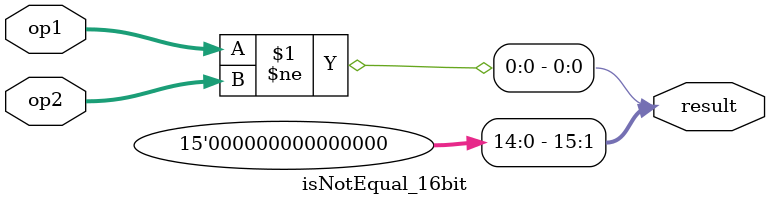
<source format=v>
module isNotEqual_16bit(
    op1,
    op2,
    result 
);

input[15:0] op1, op2;
output[15:0] result;

assign result[0] = op1 != op2;
assign result[15:1] = {15{1'b0}};
endmodule // isNotEqual_16bit
</source>
